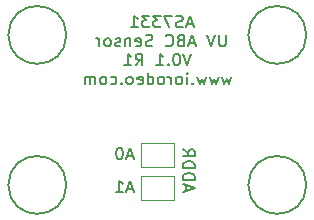
<source format=gbr>
%TF.GenerationSoftware,KiCad,Pcbnew,7.0.8-7.0.8~ubuntu22.04.1*%
%TF.CreationDate,2023-11-20T16:19:22-08:00*%
%TF.ProjectId,uv_abc_sensor,75765f61-6263-45f7-9365-6e736f722e6b,rev?*%
%TF.SameCoordinates,Original*%
%TF.FileFunction,Legend,Bot*%
%TF.FilePolarity,Positive*%
%FSLAX46Y46*%
G04 Gerber Fmt 4.6, Leading zero omitted, Abs format (unit mm)*
G04 Created by KiCad (PCBNEW 7.0.8-7.0.8~ubuntu22.04.1) date 2023-11-20 16:19:22*
%MOMM*%
%LPD*%
G01*
G04 APERTURE LIST*
%ADD10C,0.150000*%
%ADD11C,0.120000*%
G04 APERTURE END LIST*
D10*
X66499999Y-52412104D02*
X66023809Y-52412104D01*
X66595237Y-52697819D02*
X66261904Y-51697819D01*
X66261904Y-51697819D02*
X65928571Y-52697819D01*
X65642856Y-52650200D02*
X65499999Y-52697819D01*
X65499999Y-52697819D02*
X65261904Y-52697819D01*
X65261904Y-52697819D02*
X65166666Y-52650200D01*
X65166666Y-52650200D02*
X65119047Y-52602580D01*
X65119047Y-52602580D02*
X65071428Y-52507342D01*
X65071428Y-52507342D02*
X65071428Y-52412104D01*
X65071428Y-52412104D02*
X65119047Y-52316866D01*
X65119047Y-52316866D02*
X65166666Y-52269247D01*
X65166666Y-52269247D02*
X65261904Y-52221628D01*
X65261904Y-52221628D02*
X65452380Y-52174009D01*
X65452380Y-52174009D02*
X65547618Y-52126390D01*
X65547618Y-52126390D02*
X65595237Y-52078771D01*
X65595237Y-52078771D02*
X65642856Y-51983533D01*
X65642856Y-51983533D02*
X65642856Y-51888295D01*
X65642856Y-51888295D02*
X65595237Y-51793057D01*
X65595237Y-51793057D02*
X65547618Y-51745438D01*
X65547618Y-51745438D02*
X65452380Y-51697819D01*
X65452380Y-51697819D02*
X65214285Y-51697819D01*
X65214285Y-51697819D02*
X65071428Y-51745438D01*
X64738094Y-51697819D02*
X64071428Y-51697819D01*
X64071428Y-51697819D02*
X64499999Y-52697819D01*
X63785713Y-51697819D02*
X63166666Y-51697819D01*
X63166666Y-51697819D02*
X63499999Y-52078771D01*
X63499999Y-52078771D02*
X63357142Y-52078771D01*
X63357142Y-52078771D02*
X63261904Y-52126390D01*
X63261904Y-52126390D02*
X63214285Y-52174009D01*
X63214285Y-52174009D02*
X63166666Y-52269247D01*
X63166666Y-52269247D02*
X63166666Y-52507342D01*
X63166666Y-52507342D02*
X63214285Y-52602580D01*
X63214285Y-52602580D02*
X63261904Y-52650200D01*
X63261904Y-52650200D02*
X63357142Y-52697819D01*
X63357142Y-52697819D02*
X63642856Y-52697819D01*
X63642856Y-52697819D02*
X63738094Y-52650200D01*
X63738094Y-52650200D02*
X63785713Y-52602580D01*
X62833332Y-51697819D02*
X62214285Y-51697819D01*
X62214285Y-51697819D02*
X62547618Y-52078771D01*
X62547618Y-52078771D02*
X62404761Y-52078771D01*
X62404761Y-52078771D02*
X62309523Y-52126390D01*
X62309523Y-52126390D02*
X62261904Y-52174009D01*
X62261904Y-52174009D02*
X62214285Y-52269247D01*
X62214285Y-52269247D02*
X62214285Y-52507342D01*
X62214285Y-52507342D02*
X62261904Y-52602580D01*
X62261904Y-52602580D02*
X62309523Y-52650200D01*
X62309523Y-52650200D02*
X62404761Y-52697819D01*
X62404761Y-52697819D02*
X62690475Y-52697819D01*
X62690475Y-52697819D02*
X62785713Y-52650200D01*
X62785713Y-52650200D02*
X62833332Y-52602580D01*
X61261904Y-52697819D02*
X61833332Y-52697819D01*
X61547618Y-52697819D02*
X61547618Y-51697819D01*
X61547618Y-51697819D02*
X61642856Y-51840676D01*
X61642856Y-51840676D02*
X61738094Y-51935914D01*
X61738094Y-51935914D02*
X61833332Y-51983533D01*
X69309524Y-53307819D02*
X69309524Y-54117342D01*
X69309524Y-54117342D02*
X69261905Y-54212580D01*
X69261905Y-54212580D02*
X69214286Y-54260200D01*
X69214286Y-54260200D02*
X69119048Y-54307819D01*
X69119048Y-54307819D02*
X68928572Y-54307819D01*
X68928572Y-54307819D02*
X68833334Y-54260200D01*
X68833334Y-54260200D02*
X68785715Y-54212580D01*
X68785715Y-54212580D02*
X68738096Y-54117342D01*
X68738096Y-54117342D02*
X68738096Y-53307819D01*
X68404762Y-53307819D02*
X68071429Y-54307819D01*
X68071429Y-54307819D02*
X67738096Y-53307819D01*
X66690476Y-54022104D02*
X66214286Y-54022104D01*
X66785714Y-54307819D02*
X66452381Y-53307819D01*
X66452381Y-53307819D02*
X66119048Y-54307819D01*
X65452381Y-53784009D02*
X65309524Y-53831628D01*
X65309524Y-53831628D02*
X65261905Y-53879247D01*
X65261905Y-53879247D02*
X65214286Y-53974485D01*
X65214286Y-53974485D02*
X65214286Y-54117342D01*
X65214286Y-54117342D02*
X65261905Y-54212580D01*
X65261905Y-54212580D02*
X65309524Y-54260200D01*
X65309524Y-54260200D02*
X65404762Y-54307819D01*
X65404762Y-54307819D02*
X65785714Y-54307819D01*
X65785714Y-54307819D02*
X65785714Y-53307819D01*
X65785714Y-53307819D02*
X65452381Y-53307819D01*
X65452381Y-53307819D02*
X65357143Y-53355438D01*
X65357143Y-53355438D02*
X65309524Y-53403057D01*
X65309524Y-53403057D02*
X65261905Y-53498295D01*
X65261905Y-53498295D02*
X65261905Y-53593533D01*
X65261905Y-53593533D02*
X65309524Y-53688771D01*
X65309524Y-53688771D02*
X65357143Y-53736390D01*
X65357143Y-53736390D02*
X65452381Y-53784009D01*
X65452381Y-53784009D02*
X65785714Y-53784009D01*
X64214286Y-54212580D02*
X64261905Y-54260200D01*
X64261905Y-54260200D02*
X64404762Y-54307819D01*
X64404762Y-54307819D02*
X64500000Y-54307819D01*
X64500000Y-54307819D02*
X64642857Y-54260200D01*
X64642857Y-54260200D02*
X64738095Y-54164961D01*
X64738095Y-54164961D02*
X64785714Y-54069723D01*
X64785714Y-54069723D02*
X64833333Y-53879247D01*
X64833333Y-53879247D02*
X64833333Y-53736390D01*
X64833333Y-53736390D02*
X64785714Y-53545914D01*
X64785714Y-53545914D02*
X64738095Y-53450676D01*
X64738095Y-53450676D02*
X64642857Y-53355438D01*
X64642857Y-53355438D02*
X64500000Y-53307819D01*
X64500000Y-53307819D02*
X64404762Y-53307819D01*
X64404762Y-53307819D02*
X64261905Y-53355438D01*
X64261905Y-53355438D02*
X64214286Y-53403057D01*
X63071428Y-54260200D02*
X62928571Y-54307819D01*
X62928571Y-54307819D02*
X62690476Y-54307819D01*
X62690476Y-54307819D02*
X62595238Y-54260200D01*
X62595238Y-54260200D02*
X62547619Y-54212580D01*
X62547619Y-54212580D02*
X62500000Y-54117342D01*
X62500000Y-54117342D02*
X62500000Y-54022104D01*
X62500000Y-54022104D02*
X62547619Y-53926866D01*
X62547619Y-53926866D02*
X62595238Y-53879247D01*
X62595238Y-53879247D02*
X62690476Y-53831628D01*
X62690476Y-53831628D02*
X62880952Y-53784009D01*
X62880952Y-53784009D02*
X62976190Y-53736390D01*
X62976190Y-53736390D02*
X63023809Y-53688771D01*
X63023809Y-53688771D02*
X63071428Y-53593533D01*
X63071428Y-53593533D02*
X63071428Y-53498295D01*
X63071428Y-53498295D02*
X63023809Y-53403057D01*
X63023809Y-53403057D02*
X62976190Y-53355438D01*
X62976190Y-53355438D02*
X62880952Y-53307819D01*
X62880952Y-53307819D02*
X62642857Y-53307819D01*
X62642857Y-53307819D02*
X62500000Y-53355438D01*
X61690476Y-54260200D02*
X61785714Y-54307819D01*
X61785714Y-54307819D02*
X61976190Y-54307819D01*
X61976190Y-54307819D02*
X62071428Y-54260200D01*
X62071428Y-54260200D02*
X62119047Y-54164961D01*
X62119047Y-54164961D02*
X62119047Y-53784009D01*
X62119047Y-53784009D02*
X62071428Y-53688771D01*
X62071428Y-53688771D02*
X61976190Y-53641152D01*
X61976190Y-53641152D02*
X61785714Y-53641152D01*
X61785714Y-53641152D02*
X61690476Y-53688771D01*
X61690476Y-53688771D02*
X61642857Y-53784009D01*
X61642857Y-53784009D02*
X61642857Y-53879247D01*
X61642857Y-53879247D02*
X62119047Y-53974485D01*
X61214285Y-53641152D02*
X61214285Y-54307819D01*
X61214285Y-53736390D02*
X61166666Y-53688771D01*
X61166666Y-53688771D02*
X61071428Y-53641152D01*
X61071428Y-53641152D02*
X60928571Y-53641152D01*
X60928571Y-53641152D02*
X60833333Y-53688771D01*
X60833333Y-53688771D02*
X60785714Y-53784009D01*
X60785714Y-53784009D02*
X60785714Y-54307819D01*
X60357142Y-54260200D02*
X60261904Y-54307819D01*
X60261904Y-54307819D02*
X60071428Y-54307819D01*
X60071428Y-54307819D02*
X59976190Y-54260200D01*
X59976190Y-54260200D02*
X59928571Y-54164961D01*
X59928571Y-54164961D02*
X59928571Y-54117342D01*
X59928571Y-54117342D02*
X59976190Y-54022104D01*
X59976190Y-54022104D02*
X60071428Y-53974485D01*
X60071428Y-53974485D02*
X60214285Y-53974485D01*
X60214285Y-53974485D02*
X60309523Y-53926866D01*
X60309523Y-53926866D02*
X60357142Y-53831628D01*
X60357142Y-53831628D02*
X60357142Y-53784009D01*
X60357142Y-53784009D02*
X60309523Y-53688771D01*
X60309523Y-53688771D02*
X60214285Y-53641152D01*
X60214285Y-53641152D02*
X60071428Y-53641152D01*
X60071428Y-53641152D02*
X59976190Y-53688771D01*
X59357142Y-54307819D02*
X59452380Y-54260200D01*
X59452380Y-54260200D02*
X59499999Y-54212580D01*
X59499999Y-54212580D02*
X59547618Y-54117342D01*
X59547618Y-54117342D02*
X59547618Y-53831628D01*
X59547618Y-53831628D02*
X59499999Y-53736390D01*
X59499999Y-53736390D02*
X59452380Y-53688771D01*
X59452380Y-53688771D02*
X59357142Y-53641152D01*
X59357142Y-53641152D02*
X59214285Y-53641152D01*
X59214285Y-53641152D02*
X59119047Y-53688771D01*
X59119047Y-53688771D02*
X59071428Y-53736390D01*
X59071428Y-53736390D02*
X59023809Y-53831628D01*
X59023809Y-53831628D02*
X59023809Y-54117342D01*
X59023809Y-54117342D02*
X59071428Y-54212580D01*
X59071428Y-54212580D02*
X59119047Y-54260200D01*
X59119047Y-54260200D02*
X59214285Y-54307819D01*
X59214285Y-54307819D02*
X59357142Y-54307819D01*
X58595237Y-54307819D02*
X58595237Y-53641152D01*
X58595237Y-53831628D02*
X58547618Y-53736390D01*
X58547618Y-53736390D02*
X58499999Y-53688771D01*
X58499999Y-53688771D02*
X58404761Y-53641152D01*
X58404761Y-53641152D02*
X58309523Y-53641152D01*
X66380951Y-54917819D02*
X66047618Y-55917819D01*
X66047618Y-55917819D02*
X65714285Y-54917819D01*
X65190475Y-54917819D02*
X65095237Y-54917819D01*
X65095237Y-54917819D02*
X64999999Y-54965438D01*
X64999999Y-54965438D02*
X64952380Y-55013057D01*
X64952380Y-55013057D02*
X64904761Y-55108295D01*
X64904761Y-55108295D02*
X64857142Y-55298771D01*
X64857142Y-55298771D02*
X64857142Y-55536866D01*
X64857142Y-55536866D02*
X64904761Y-55727342D01*
X64904761Y-55727342D02*
X64952380Y-55822580D01*
X64952380Y-55822580D02*
X64999999Y-55870200D01*
X64999999Y-55870200D02*
X65095237Y-55917819D01*
X65095237Y-55917819D02*
X65190475Y-55917819D01*
X65190475Y-55917819D02*
X65285713Y-55870200D01*
X65285713Y-55870200D02*
X65333332Y-55822580D01*
X65333332Y-55822580D02*
X65380951Y-55727342D01*
X65380951Y-55727342D02*
X65428570Y-55536866D01*
X65428570Y-55536866D02*
X65428570Y-55298771D01*
X65428570Y-55298771D02*
X65380951Y-55108295D01*
X65380951Y-55108295D02*
X65333332Y-55013057D01*
X65333332Y-55013057D02*
X65285713Y-54965438D01*
X65285713Y-54965438D02*
X65190475Y-54917819D01*
X64428570Y-55822580D02*
X64380951Y-55870200D01*
X64380951Y-55870200D02*
X64428570Y-55917819D01*
X64428570Y-55917819D02*
X64476189Y-55870200D01*
X64476189Y-55870200D02*
X64428570Y-55822580D01*
X64428570Y-55822580D02*
X64428570Y-55917819D01*
X63428571Y-55917819D02*
X63999999Y-55917819D01*
X63714285Y-55917819D02*
X63714285Y-54917819D01*
X63714285Y-54917819D02*
X63809523Y-55060676D01*
X63809523Y-55060676D02*
X63904761Y-55155914D01*
X63904761Y-55155914D02*
X63999999Y-55203533D01*
X61666666Y-55917819D02*
X61999999Y-55441628D01*
X62238094Y-55917819D02*
X62238094Y-54917819D01*
X62238094Y-54917819D02*
X61857142Y-54917819D01*
X61857142Y-54917819D02*
X61761904Y-54965438D01*
X61761904Y-54965438D02*
X61714285Y-55013057D01*
X61714285Y-55013057D02*
X61666666Y-55108295D01*
X61666666Y-55108295D02*
X61666666Y-55251152D01*
X61666666Y-55251152D02*
X61714285Y-55346390D01*
X61714285Y-55346390D02*
X61761904Y-55394009D01*
X61761904Y-55394009D02*
X61857142Y-55441628D01*
X61857142Y-55441628D02*
X62238094Y-55441628D01*
X60714285Y-55917819D02*
X61285713Y-55917819D01*
X60999999Y-55917819D02*
X60999999Y-54917819D01*
X60999999Y-54917819D02*
X61095237Y-55060676D01*
X61095237Y-55060676D02*
X61190475Y-55155914D01*
X61190475Y-55155914D02*
X61285713Y-55203533D01*
X69738094Y-56861152D02*
X69547618Y-57527819D01*
X69547618Y-57527819D02*
X69357142Y-57051628D01*
X69357142Y-57051628D02*
X69166666Y-57527819D01*
X69166666Y-57527819D02*
X68976190Y-56861152D01*
X68690475Y-56861152D02*
X68499999Y-57527819D01*
X68499999Y-57527819D02*
X68309523Y-57051628D01*
X68309523Y-57051628D02*
X68119047Y-57527819D01*
X68119047Y-57527819D02*
X67928571Y-56861152D01*
X67642856Y-56861152D02*
X67452380Y-57527819D01*
X67452380Y-57527819D02*
X67261904Y-57051628D01*
X67261904Y-57051628D02*
X67071428Y-57527819D01*
X67071428Y-57527819D02*
X66880952Y-56861152D01*
X66499999Y-57432580D02*
X66452380Y-57480200D01*
X66452380Y-57480200D02*
X66499999Y-57527819D01*
X66499999Y-57527819D02*
X66547618Y-57480200D01*
X66547618Y-57480200D02*
X66499999Y-57432580D01*
X66499999Y-57432580D02*
X66499999Y-57527819D01*
X66023809Y-57527819D02*
X66023809Y-56861152D01*
X66023809Y-56527819D02*
X66071428Y-56575438D01*
X66071428Y-56575438D02*
X66023809Y-56623057D01*
X66023809Y-56623057D02*
X65976190Y-56575438D01*
X65976190Y-56575438D02*
X66023809Y-56527819D01*
X66023809Y-56527819D02*
X66023809Y-56623057D01*
X65404762Y-57527819D02*
X65500000Y-57480200D01*
X65500000Y-57480200D02*
X65547619Y-57432580D01*
X65547619Y-57432580D02*
X65595238Y-57337342D01*
X65595238Y-57337342D02*
X65595238Y-57051628D01*
X65595238Y-57051628D02*
X65547619Y-56956390D01*
X65547619Y-56956390D02*
X65500000Y-56908771D01*
X65500000Y-56908771D02*
X65404762Y-56861152D01*
X65404762Y-56861152D02*
X65261905Y-56861152D01*
X65261905Y-56861152D02*
X65166667Y-56908771D01*
X65166667Y-56908771D02*
X65119048Y-56956390D01*
X65119048Y-56956390D02*
X65071429Y-57051628D01*
X65071429Y-57051628D02*
X65071429Y-57337342D01*
X65071429Y-57337342D02*
X65119048Y-57432580D01*
X65119048Y-57432580D02*
X65166667Y-57480200D01*
X65166667Y-57480200D02*
X65261905Y-57527819D01*
X65261905Y-57527819D02*
X65404762Y-57527819D01*
X64642857Y-57527819D02*
X64642857Y-56861152D01*
X64642857Y-57051628D02*
X64595238Y-56956390D01*
X64595238Y-56956390D02*
X64547619Y-56908771D01*
X64547619Y-56908771D02*
X64452381Y-56861152D01*
X64452381Y-56861152D02*
X64357143Y-56861152D01*
X63880952Y-57527819D02*
X63976190Y-57480200D01*
X63976190Y-57480200D02*
X64023809Y-57432580D01*
X64023809Y-57432580D02*
X64071428Y-57337342D01*
X64071428Y-57337342D02*
X64071428Y-57051628D01*
X64071428Y-57051628D02*
X64023809Y-56956390D01*
X64023809Y-56956390D02*
X63976190Y-56908771D01*
X63976190Y-56908771D02*
X63880952Y-56861152D01*
X63880952Y-56861152D02*
X63738095Y-56861152D01*
X63738095Y-56861152D02*
X63642857Y-56908771D01*
X63642857Y-56908771D02*
X63595238Y-56956390D01*
X63595238Y-56956390D02*
X63547619Y-57051628D01*
X63547619Y-57051628D02*
X63547619Y-57337342D01*
X63547619Y-57337342D02*
X63595238Y-57432580D01*
X63595238Y-57432580D02*
X63642857Y-57480200D01*
X63642857Y-57480200D02*
X63738095Y-57527819D01*
X63738095Y-57527819D02*
X63880952Y-57527819D01*
X62690476Y-57527819D02*
X62690476Y-56527819D01*
X62690476Y-57480200D02*
X62785714Y-57527819D01*
X62785714Y-57527819D02*
X62976190Y-57527819D01*
X62976190Y-57527819D02*
X63071428Y-57480200D01*
X63071428Y-57480200D02*
X63119047Y-57432580D01*
X63119047Y-57432580D02*
X63166666Y-57337342D01*
X63166666Y-57337342D02*
X63166666Y-57051628D01*
X63166666Y-57051628D02*
X63119047Y-56956390D01*
X63119047Y-56956390D02*
X63071428Y-56908771D01*
X63071428Y-56908771D02*
X62976190Y-56861152D01*
X62976190Y-56861152D02*
X62785714Y-56861152D01*
X62785714Y-56861152D02*
X62690476Y-56908771D01*
X61833333Y-57480200D02*
X61928571Y-57527819D01*
X61928571Y-57527819D02*
X62119047Y-57527819D01*
X62119047Y-57527819D02*
X62214285Y-57480200D01*
X62214285Y-57480200D02*
X62261904Y-57384961D01*
X62261904Y-57384961D02*
X62261904Y-57004009D01*
X62261904Y-57004009D02*
X62214285Y-56908771D01*
X62214285Y-56908771D02*
X62119047Y-56861152D01*
X62119047Y-56861152D02*
X61928571Y-56861152D01*
X61928571Y-56861152D02*
X61833333Y-56908771D01*
X61833333Y-56908771D02*
X61785714Y-57004009D01*
X61785714Y-57004009D02*
X61785714Y-57099247D01*
X61785714Y-57099247D02*
X62261904Y-57194485D01*
X61214285Y-57527819D02*
X61309523Y-57480200D01*
X61309523Y-57480200D02*
X61357142Y-57432580D01*
X61357142Y-57432580D02*
X61404761Y-57337342D01*
X61404761Y-57337342D02*
X61404761Y-57051628D01*
X61404761Y-57051628D02*
X61357142Y-56956390D01*
X61357142Y-56956390D02*
X61309523Y-56908771D01*
X61309523Y-56908771D02*
X61214285Y-56861152D01*
X61214285Y-56861152D02*
X61071428Y-56861152D01*
X61071428Y-56861152D02*
X60976190Y-56908771D01*
X60976190Y-56908771D02*
X60928571Y-56956390D01*
X60928571Y-56956390D02*
X60880952Y-57051628D01*
X60880952Y-57051628D02*
X60880952Y-57337342D01*
X60880952Y-57337342D02*
X60928571Y-57432580D01*
X60928571Y-57432580D02*
X60976190Y-57480200D01*
X60976190Y-57480200D02*
X61071428Y-57527819D01*
X61071428Y-57527819D02*
X61214285Y-57527819D01*
X60452380Y-57432580D02*
X60404761Y-57480200D01*
X60404761Y-57480200D02*
X60452380Y-57527819D01*
X60452380Y-57527819D02*
X60499999Y-57480200D01*
X60499999Y-57480200D02*
X60452380Y-57432580D01*
X60452380Y-57432580D02*
X60452380Y-57527819D01*
X59547619Y-57480200D02*
X59642857Y-57527819D01*
X59642857Y-57527819D02*
X59833333Y-57527819D01*
X59833333Y-57527819D02*
X59928571Y-57480200D01*
X59928571Y-57480200D02*
X59976190Y-57432580D01*
X59976190Y-57432580D02*
X60023809Y-57337342D01*
X60023809Y-57337342D02*
X60023809Y-57051628D01*
X60023809Y-57051628D02*
X59976190Y-56956390D01*
X59976190Y-56956390D02*
X59928571Y-56908771D01*
X59928571Y-56908771D02*
X59833333Y-56861152D01*
X59833333Y-56861152D02*
X59642857Y-56861152D01*
X59642857Y-56861152D02*
X59547619Y-56908771D01*
X58976190Y-57527819D02*
X59071428Y-57480200D01*
X59071428Y-57480200D02*
X59119047Y-57432580D01*
X59119047Y-57432580D02*
X59166666Y-57337342D01*
X59166666Y-57337342D02*
X59166666Y-57051628D01*
X59166666Y-57051628D02*
X59119047Y-56956390D01*
X59119047Y-56956390D02*
X59071428Y-56908771D01*
X59071428Y-56908771D02*
X58976190Y-56861152D01*
X58976190Y-56861152D02*
X58833333Y-56861152D01*
X58833333Y-56861152D02*
X58738095Y-56908771D01*
X58738095Y-56908771D02*
X58690476Y-56956390D01*
X58690476Y-56956390D02*
X58642857Y-57051628D01*
X58642857Y-57051628D02*
X58642857Y-57337342D01*
X58642857Y-57337342D02*
X58690476Y-57432580D01*
X58690476Y-57432580D02*
X58738095Y-57480200D01*
X58738095Y-57480200D02*
X58833333Y-57527819D01*
X58833333Y-57527819D02*
X58976190Y-57527819D01*
X58214285Y-57527819D02*
X58214285Y-56861152D01*
X58214285Y-56956390D02*
X58166666Y-56908771D01*
X58166666Y-56908771D02*
X58071428Y-56861152D01*
X58071428Y-56861152D02*
X57928571Y-56861152D01*
X57928571Y-56861152D02*
X57833333Y-56908771D01*
X57833333Y-56908771D02*
X57785714Y-57004009D01*
X57785714Y-57004009D02*
X57785714Y-57527819D01*
X57785714Y-57004009D02*
X57738095Y-56908771D01*
X57738095Y-56908771D02*
X57642857Y-56861152D01*
X57642857Y-56861152D02*
X57500000Y-56861152D01*
X57500000Y-56861152D02*
X57404761Y-56908771D01*
X57404761Y-56908771D02*
X57357142Y-57004009D01*
X57357142Y-57004009D02*
X57357142Y-57527819D01*
X65947895Y-66512839D02*
X65947895Y-66036649D01*
X65662180Y-66608077D02*
X66662180Y-66274744D01*
X66662180Y-66274744D02*
X65662180Y-65941411D01*
X65662180Y-65608077D02*
X66662180Y-65608077D01*
X66662180Y-65608077D02*
X66662180Y-65369982D01*
X66662180Y-65369982D02*
X66614561Y-65227125D01*
X66614561Y-65227125D02*
X66519323Y-65131887D01*
X66519323Y-65131887D02*
X66424085Y-65084268D01*
X66424085Y-65084268D02*
X66233609Y-65036649D01*
X66233609Y-65036649D02*
X66090752Y-65036649D01*
X66090752Y-65036649D02*
X65900276Y-65084268D01*
X65900276Y-65084268D02*
X65805038Y-65131887D01*
X65805038Y-65131887D02*
X65709800Y-65227125D01*
X65709800Y-65227125D02*
X65662180Y-65369982D01*
X65662180Y-65369982D02*
X65662180Y-65608077D01*
X65662180Y-64608077D02*
X66662180Y-64608077D01*
X66662180Y-64608077D02*
X66662180Y-64369982D01*
X66662180Y-64369982D02*
X66614561Y-64227125D01*
X66614561Y-64227125D02*
X66519323Y-64131887D01*
X66519323Y-64131887D02*
X66424085Y-64084268D01*
X66424085Y-64084268D02*
X66233609Y-64036649D01*
X66233609Y-64036649D02*
X66090752Y-64036649D01*
X66090752Y-64036649D02*
X65900276Y-64084268D01*
X65900276Y-64084268D02*
X65805038Y-64131887D01*
X65805038Y-64131887D02*
X65709800Y-64227125D01*
X65709800Y-64227125D02*
X65662180Y-64369982D01*
X65662180Y-64369982D02*
X65662180Y-64608077D01*
X65662180Y-63036649D02*
X66138371Y-63369982D01*
X65662180Y-63608077D02*
X66662180Y-63608077D01*
X66662180Y-63608077D02*
X66662180Y-63227125D01*
X66662180Y-63227125D02*
X66614561Y-63131887D01*
X66614561Y-63131887D02*
X66566942Y-63084268D01*
X66566942Y-63084268D02*
X66471704Y-63036649D01*
X66471704Y-63036649D02*
X66328847Y-63036649D01*
X66328847Y-63036649D02*
X66233609Y-63084268D01*
X66233609Y-63084268D02*
X66185990Y-63131887D01*
X66185990Y-63131887D02*
X66138371Y-63227125D01*
X66138371Y-63227125D02*
X66138371Y-63608077D01*
X61432839Y-66386104D02*
X60956649Y-66386104D01*
X61528077Y-66671819D02*
X61194744Y-65671819D01*
X61194744Y-65671819D02*
X60861411Y-66671819D01*
X60004268Y-66671819D02*
X60575696Y-66671819D01*
X60289982Y-66671819D02*
X60289982Y-65671819D01*
X60289982Y-65671819D02*
X60385220Y-65814676D01*
X60385220Y-65814676D02*
X60480458Y-65909914D01*
X60480458Y-65909914D02*
X60575696Y-65957533D01*
X61432839Y-63592104D02*
X60956649Y-63592104D01*
X61528077Y-63877819D02*
X61194744Y-62877819D01*
X61194744Y-62877819D02*
X60861411Y-63877819D01*
X60337601Y-62877819D02*
X60242363Y-62877819D01*
X60242363Y-62877819D02*
X60147125Y-62925438D01*
X60147125Y-62925438D02*
X60099506Y-62973057D01*
X60099506Y-62973057D02*
X60051887Y-63068295D01*
X60051887Y-63068295D02*
X60004268Y-63258771D01*
X60004268Y-63258771D02*
X60004268Y-63496866D01*
X60004268Y-63496866D02*
X60051887Y-63687342D01*
X60051887Y-63687342D02*
X60099506Y-63782580D01*
X60099506Y-63782580D02*
X60147125Y-63830200D01*
X60147125Y-63830200D02*
X60242363Y-63877819D01*
X60242363Y-63877819D02*
X60337601Y-63877819D01*
X60337601Y-63877819D02*
X60432839Y-63830200D01*
X60432839Y-63830200D02*
X60480458Y-63782580D01*
X60480458Y-63782580D02*
X60528077Y-63687342D01*
X60528077Y-63687342D02*
X60575696Y-63496866D01*
X60575696Y-63496866D02*
X60575696Y-63258771D01*
X60575696Y-63258771D02*
X60528077Y-63068295D01*
X60528077Y-63068295D02*
X60480458Y-62973057D01*
X60480458Y-62973057D02*
X60432839Y-62925438D01*
X60432839Y-62925438D02*
X60337601Y-62877819D01*
%TO.C,M3*%
X76110000Y-66040000D02*
G75*
G03*
X76110000Y-66040000I-2450000J0D01*
G01*
%TO.C,M2*%
X76110000Y-53340000D02*
G75*
G03*
X76110000Y-53340000I-2450000J0D01*
G01*
%TO.C,M1*%
X55790000Y-53340000D02*
G75*
G03*
X55790000Y-53340000I-2450000J0D01*
G01*
%TO.C,M4*%
X55790000Y-66040000D02*
G75*
G03*
X55790000Y-66040000I-2450000J0D01*
G01*
D11*
%TO.C,JP2*%
X64900000Y-67294000D02*
X64900000Y-65294000D01*
X64900000Y-65294000D02*
X62100000Y-65294000D01*
X62100000Y-67294000D02*
X64900000Y-67294000D01*
X62100000Y-65294000D02*
X62100000Y-67294000D01*
%TO.C,JP1*%
X64900000Y-64500000D02*
X64900000Y-62500000D01*
X64900000Y-62500000D02*
X62100000Y-62500000D01*
X62100000Y-64500000D02*
X64900000Y-64500000D01*
X62100000Y-62500000D02*
X62100000Y-64500000D01*
%TD*%
M02*

</source>
